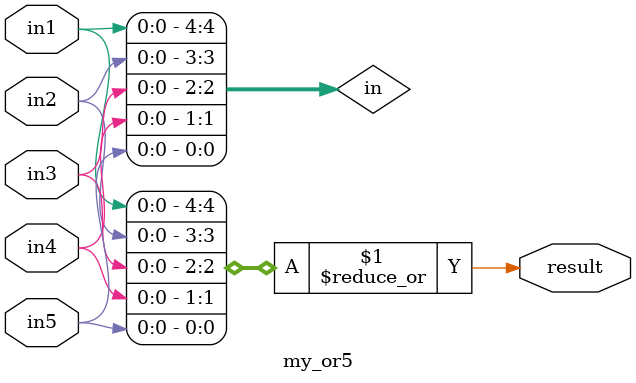
<source format=v>
module my_or5(
	input in1,
	input in2,
	input in3,
	input in4,
	input in5,
	output result);
	wire [4:0] in;
	assign in = {in1, in2, in3, in4, in5};
	assign result = |in;
endmodule
	
</source>
